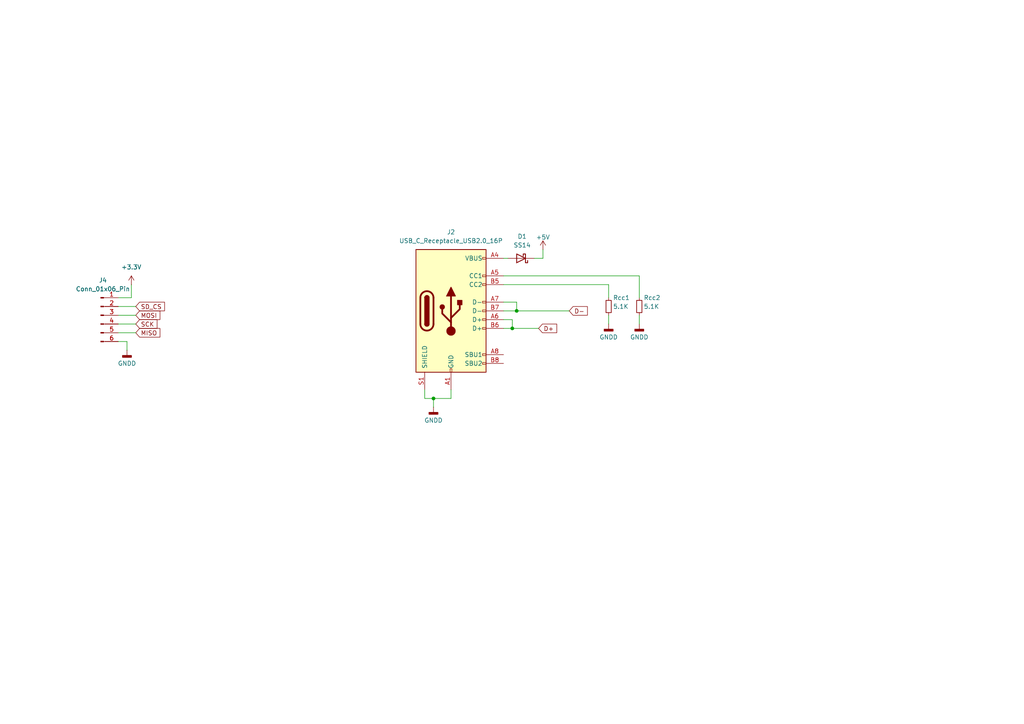
<source format=kicad_sch>
(kicad_sch (version 20231120) (generator "eeschema") (generator_version "8.0")
  (paper "A4")
  (lib_symbols
    (symbol "Connector:Conn_01x06_Pin" (pin_names (offset 1.016) hide)
      (property "Reference" "J" (at 0 7.62 0))
      (property "Value" "Conn_01x06_Pin" (at 0 -10.16 0))
      (symbol "Conn_01x06_Pin_1_1"
        (polyline (pts (xy 1.27 -7.62) (xy 0.8636 -7.62)) (stroke (width 0.1524)))
        (polyline (pts (xy 1.27 -5.08) (xy 0.8636 -5.08)) (stroke (width 0.1524)))
        (polyline (pts (xy 1.27 -2.54) (xy 0.8636 -2.54)) (stroke (width 0.1524)))
        (polyline (pts (xy 1.27 0) (xy 0.8636 0)) (stroke (width 0.1524)))
        (polyline (pts (xy 1.27 2.54) (xy 0.8636 2.54)) (stroke (width 0.1524)))
        (polyline (pts (xy 1.27 5.08) (xy 0.8636 5.08)) (stroke (width 0.1524)))
        (rectangle (start 0.8636 -7.493) (end 0 -7.747) (stroke (width 0.1524)) (fill (type outline)))
        (rectangle (start 0.8636 -4.953) (end 0 -5.207) (stroke (width 0.1524)) (fill (type outline)))
        (rectangle (start 0.8636 -2.413) (end 0 -2.667) (stroke (width 0.1524)) (fill (type outline)))
        (rectangle (start 0.8636 0.127) (end 0 -0.127) (stroke (width 0.1524)) (fill (type outline)))
        (rectangle (start 0.8636 2.667) (end 0 2.413) (stroke (width 0.1524)) (fill (type outline)))
        (rectangle (start 0.8636 5.207) (end 0 4.953) (stroke (width 0.1524)) (fill (type outline)))
        (pin passive line (at 5.08 5.08 180) (length 3.81) (name "Pin_1") (number "1"))
        (pin passive line (at 5.08 2.54 180) (length 3.81) (name "Pin_2") (number "2"))
        (pin passive line (at 5.08 0 180) (length 3.81) (name "Pin_3") (number "3"))
        (pin passive line (at 5.08 -2.54 180) (length 3.81) (name "Pin_4") (number "4"))
        (pin passive line (at 5.08 -5.08 180) (length 3.81) (name "Pin_5") (number "5"))
        (pin passive line (at 5.08 -7.62 180) (length 3.81) (name "Pin_6") (number "6"))
      )
    )
    (symbol "Connector:USB_C_Receptacle_USB2.0_16P" (pin_names (offset 1.016))
      (property "Reference" "J" (at 0 22.225 0))
      (property "Value" "USB_C_Receptacle_USB2.0_16P" (at 0 19.685 0))
      (symbol "USB_C_Receptacle_USB2.0_16P_0_0"
        (rectangle (start -0.254 -17.78) (end 0.254 -16.764))
        (rectangle (start 10.16 -14.986) (end 9.144 -15.494))
        (rectangle (start 10.16 -12.446) (end 9.144 -12.954))
        (rectangle (start 10.16 -4.826) (end 9.144 -5.334))
        (rectangle (start 10.16 -2.286) (end 9.144 -2.794))
        (rectangle (start 10.16 0.254) (end 9.144 -0.254))
        (rectangle (start 10.16 2.794) (end 9.144 2.286))
        (rectangle (start 10.16 7.874) (end 9.144 7.366))
        (rectangle (start 10.16 10.414) (end 9.144 9.906))
        (rectangle (start 10.16 15.494) (end 9.144 14.986))
      )
      (symbol "USB_C_Receptacle_USB2.0_16P_0_1"
        (rectangle (start -10.16 17.78) (end 10.16 -17.78) (stroke (width 0.254)) (fill (type background)))
        (arc (start -8.89 -3.81) (mid -6.985 -5.7067) (end -5.08 -3.81) (stroke (width 0.508)))
        (arc (start -7.62 -3.81) (mid -6.985 -4.4423) (end -6.35 -3.81) (stroke (width 0.254)))
        (arc (start -7.62 -3.81) (mid -6.985 -4.4423) (end -6.35 -3.81) (stroke (width 0.254)) (fill (type outline)))
        (rectangle (start -7.62 -3.81) (end -6.35 3.81) (stroke (width 0.254)) (fill (type outline)))
        (arc (start -6.35 3.81) (mid -6.985 4.4423) (end -7.62 3.81) (stroke (width 0.254)))
        (arc (start -6.35 3.81) (mid -6.985 4.4423) (end -7.62 3.81) (stroke (width 0.254)) (fill (type outline)))
        (arc (start -5.08 3.81) (mid -6.985 5.7067) (end -8.89 3.81) (stroke (width 0.508)))
        (circle (center -2.54 1.143) (radius 0.635) (stroke (width 0.254)) (fill (type outline)))
        (circle (center 0 -5.842) (radius 1.27) (fill (type outline)))
        (polyline (pts (xy -8.89 -3.81) (xy -8.89 3.81)) (stroke (width 0.508)))
        (polyline (pts (xy -5.08 3.81) (xy -5.08 -3.81)) (stroke (width 0.508)))
        (polyline (pts (xy 0 -5.842) (xy 0 4.318)) (stroke (width 0.508)))
        (polyline (pts (xy 0 -3.302) (xy -2.54 -0.762) (xy -2.54 0.508)) (stroke (width 0.508)))
        (polyline (pts (xy 0 -2.032) (xy 2.54 0.508) (xy 2.54 1.778)) (stroke (width 0.508)))
        (polyline (pts (xy -1.27 4.318) (xy 0 6.858) (xy 1.27 4.318) (xy -1.27 4.318)) (stroke (width 0.254)) (fill (type outline)))
        (rectangle (start 1.905 1.778) (end 3.175 3.048) (stroke (width 0.254)) (fill (type outline)))
      )
      (symbol "USB_C_Receptacle_USB2.0_16P_1_1"
        (pin passive line (at 0 -22.86 90) (length 5.08) (name "GND") (number "A1"))
        (pin passive line (at 0 -22.86 90) (length 5.08) hide (name "GND") (number "A12"))
        (pin passive line (at 15.24 15.24 180) (length 5.08) (name "VBUS") (number "A4"))
        (pin bidirectional line (at 15.24 10.16 180) (length 5.08) (name "CC1") (number "A5"))
        (pin bidirectional line (at 15.24 -2.54 180) (length 5.08) (name "D+") (number "A6"))
        (pin bidirectional line (at 15.24 2.54 180) (length 5.08) (name "D-") (number "A7"))
        (pin bidirectional line (at 15.24 -12.7 180) (length 5.08) (name "SBU1") (number "A8"))
        (pin passive line (at 15.24 15.24 180) (length 5.08) hide (name "VBUS") (number "A9"))
        (pin passive line (at 0 -22.86 90) (length 5.08) hide (name "GND") (number "B1"))
        (pin passive line (at 0 -22.86 90) (length 5.08) hide (name "GND") (number "B12"))
        (pin passive line (at 15.24 15.24 180) (length 5.08) hide (name "VBUS") (number "B4"))
        (pin bidirectional line (at 15.24 7.62 180) (length 5.08) (name "CC2") (number "B5"))
        (pin bidirectional line (at 15.24 -5.08 180) (length 5.08) (name "D+") (number "B6"))
        (pin bidirectional line (at 15.24 0 180) (length 5.08) (name "D-") (number "B7"))
        (pin bidirectional line (at 15.24 -15.24 180) (length 5.08) (name "SBU2") (number "B8"))
        (pin passive line (at 15.24 15.24 180) (length 5.08) hide (name "VBUS") (number "B9"))
        (pin passive line (at -7.62 -22.86 90) (length 5.08) (name "SHIELD") (number "S1"))
      )
    )
    (symbol "Device:R_Small" (pin_numbers hide) (pin_names (offset 0.254) hide)
      (property "Reference" "R" (at 0.762 0.508 0))
      (property "Value" "R_Small" (at 0.762 -1.016 0))
      (symbol "R_Small_0_1"
        (rectangle (start -0.762 1.778) (end 0.762 -1.778) (stroke (width 0.2032)))
      )
      (symbol "R_Small_1_1"
        (pin passive line (at 0 2.54 270) (length 0.762) (name "~") (number "1"))
        (pin passive line (at 0 -2.54 90) (length 0.762) (name "~") (number "2"))
      )
    )
    (symbol "Diode:SS110" (pin_numbers hide) (pin_names (offset 1.016) hide)
      (property "Reference" "D" (at 0 2.54 0))
      (property "Value" "SS110" (at 0 -2.54 0))
      (symbol "SS110_0_1"
        (polyline (pts (xy 1.27 0) (xy -1.27 0)))
        (polyline (pts (xy 1.27 1.27) (xy 1.27 -1.27) (xy -1.27 0) (xy 1.27 1.27)) (stroke (width 0.254)))
        (polyline (pts (xy -1.905 0.635) (xy -1.905 1.27) (xy -1.27 1.27) (xy -1.27 -1.27) (xy -0.635 -1.27) (xy -0.635 -0.635)) (stroke (width 0.254)))
      )
      (symbol "SS110_1_1"
        (pin passive line (at -3.81 0 0) (length 2.54) (name "K") (number "1"))
        (pin passive line (at 3.81 0 180) (length 2.54) (name "A") (number "2"))
      )
    )
    (symbol "power:+3.3V" (power) (pin_numbers hide) (pin_names (offset 0) hide)
      (property "Value" "+3.3V" (at 0 3.556 0))
      (symbol "+3.3V_0_1"
        (polyline (pts (xy -0.762 1.27) (xy 0 2.54)))
        (polyline (pts (xy 0 0) (xy 0 2.54)))
        (polyline (pts (xy 0 2.54) (xy 0.762 1.27)))
      )
      (symbol "+3.3V_1_1"
        (pin power_in line (at 0 0 90) (length 0) (name "~") (number "1"))
      )
    )
    (symbol "power:+5V" (power) (pin_names (offset 0))
      (property "Value" "+5V" (at 0 3.556 0))
      (symbol "+5V_0_1"
        (polyline (pts (xy -0.762 1.27) (xy 0 2.54)))
        (polyline (pts (xy 0 0) (xy 0 2.54)))
        (polyline (pts (xy 0 2.54) (xy 0.762 1.27)))
      )
      (symbol "+5V_1_1"
        (pin power_in line (at 0 0 90) (length 0) hide (name "+5V") (number "1"))
      )
    )
    (symbol "power:GNDD" (power) (pin_numbers hide) (pin_names (offset 0) hide)
      (property "Value" "GNDD" (at 0 -3.175 0))
      (symbol "GNDD_0_1"
        (rectangle (start -1.27 -1.524) (end 1.27 -2.032) (stroke (width 0.254)) (fill (type outline)))
        (polyline (pts (xy 0 0) (xy 0 -1.524)))
      )
      (symbol "GNDD_1_1"
        (pin power_in line (at 0 0 270) (length 0) (name "~") (number "1"))
      )
    )
  )
  (junction (at 149.86 90.17))
  (junction (at 148.59 95.25))
  (junction (at 125.73 115.57))
  (wire (pts (xy 146.05 95.25) (xy 148.59 95.25)))
  (wire (pts (xy 125.73 118.11) (xy 125.73 115.57)))
  (wire (pts (xy 176.53 91.44) (xy 176.53 93.98)))
  (wire (pts (xy 149.86 90.17) (xy 165.1 90.17)))
  (wire (pts (xy 176.53 86.36) (xy 176.53 82.55)))
  (wire (pts (xy 157.48 74.93) (xy 154.94 74.93)))
  (wire (pts (xy 38.1 82.55) (xy 38.1 86.36)))
  (wire (pts (xy 34.29 96.52) (xy 39.37 96.52)))
  (wire (pts (xy 146.05 87.63) (xy 149.86 87.63)))
  (wire (pts (xy 148.59 95.25) (xy 156.21 95.25)))
  (wire (pts (xy 146.05 74.93) (xy 147.32 74.93)))
  (wire (pts (xy 34.29 99.06) (xy 36.83 99.06)))
  (wire (pts (xy 148.59 92.71) (xy 148.59 95.25)))
  (wire (pts (xy 146.05 92.71) (xy 148.59 92.71)))
  (wire (pts (xy 149.86 87.63) (xy 149.86 90.17)))
  (wire (pts (xy 34.29 86.36) (xy 38.1 86.36)))
  (wire (pts (xy 34.29 93.98) (xy 39.37 93.98)))
  (wire (pts (xy 123.19 113.03) (xy 123.19 115.57)))
  (wire (pts (xy 146.05 80.01) (xy 185.42 80.01)))
  (wire (pts (xy 125.73 115.57) (xy 130.81 115.57)))
  (wire (pts (xy 34.29 88.9) (xy 39.37 88.9)))
  (wire (pts (xy 36.83 99.06) (xy 36.83 101.6)))
  (wire (pts (xy 146.05 82.55) (xy 176.53 82.55)))
  (wire (pts (xy 130.81 115.57) (xy 130.81 113.03)))
  (wire (pts (xy 157.48 72.39) (xy 157.48 74.93)))
  (wire (pts (xy 185.42 91.44) (xy 185.42 93.98)))
  (wire (pts (xy 123.19 115.57) (xy 125.73 115.57)))
  (wire (pts (xy 34.29 91.44) (xy 39.37 91.44)))
  (wire (pts (xy 146.05 90.17) (xy 149.86 90.17)))
  (wire (pts (xy 185.42 80.01) (xy 185.42 86.36)))
  (global_label "SD_CS" (shape input) (at 39.37 88.9 0) (property "Intersheetrefs" "${INTERSHEET_REFS}" (effects (hide yes))))
  (global_label "MISO" (shape input) (at 39.37 96.52 0) (property "Intersheetrefs" "${INTERSHEET_REFS}" (effects (hide yes))))
  (global_label "D+" (shape input) (at 156.21 95.25 0) (property "Intersheetrefs" "${INTERSHEET_REFS}" (effects (hide yes))))
  (global_label "SCK" (shape input) (at 39.37 93.98 0) (property "Intersheetrefs" "${INTERSHEET_REFS}" (effects (hide yes))))
  (global_label "MOSI" (shape input) (at 39.37 91.44 0) (property "Intersheetrefs" "${INTERSHEET_REFS}" (effects (hide yes))))
  (global_label "D-" (shape input) (at 165.1 90.17 0) (property "Intersheetrefs" "${INTERSHEET_REFS}" (effects (hide yes))))
  (symbol (lib_id "power:GNDD") (at 185.42 93.98 0) (unit 1)
    (property "Reference" "#PWR033" (effects (hide yes)))
    (property "Value" "GNDD" (at 185.42 97.79 0))
    (property "Description" "Power symbol creates a global label with name \"GNDD\" , digital ground" (effects (hide yes)))
  )
  (symbol (lib_id "Diode:SS110") (at 151.13 74.93 180) (unit 1)
    (property "Reference" "D1" (at 151.4475 68.58 0))
    (property "Value" "SS14" (at 151.4475 71.12 0))
    (property "Footprint" "Diode_SMD:D_SMA" (effects (hide yes)))
    (property "Datasheet" "https://www.smc-diodes.com/propdf/SS12-SS110%20N0229%20REV.C.pdf" (effects (hide yes)))
    (property "Description" "100V 1A Schottky Diode, SMA" (effects (hide yes)))
  )
  (symbol (lib_id "power:GNDD") (at 125.73 118.11 0) (unit 1)
    (property "Reference" "#PWR031" (effects (hide yes)))
    (property "Value" "GNDD" (at 125.73 121.92 0))
    (property "Description" "Power symbol creates a global label with name \"GNDD\" , digital ground" (effects (hide yes)))
  )
  (symbol (lib_id "Device:R_Small") (at 176.53 88.9 180) (unit 1)
    (property "Reference" "Rcc1" (at 177.8 86.36 0) (effects (justify right)))
    (property "Value" "5.1K" (at 177.8 88.9 0) (effects (justify right)))
    (property "Footprint" "Resistor_SMD:R_0402_1005Metric_Pad0.72x0.64mm_HandSolder" (effects (hide yes)))
  )
  (symbol (lib_id "Connector:Conn_01x06_Pin") (at 29.21 91.44 0) (unit 1)
    (property "Reference" "J4" (at 29.845 81.28 0))
    (property "Value" "Conn_01x06_Pin" (at 29.845 83.82 0))
    (property "Footprint" "Connector_PinHeader_2.54mm:PinHeader_1x06_P2.54mm_Vertical" (effects (hide yes)))
    (property "Description" "Generic connector, single row, 01x06, script generated" (effects (hide yes)))
  )
  (symbol (lib_id "Connector:USB_C_Receptacle_USB2.0_16P") (at 130.81 90.17 0) (unit 1)
    (property "Reference" "J2" (at 130.81 67.31 0))
    (property "Value" "USB_C_Receptacle_USB2.0_16P" (at 130.81 69.85 0))
    (property "Footprint" "Connector_USB:USB_C_Receptacle_Palconn_UTC16-G" (effects (hide yes)))
    (property "Datasheet" "https://www.usb.org/sites/default/files/documents/usb_type-c.zip" (effects (hide yes)))
    (property "Description" "USB 2.0-only 16P Type-C Receptacle connector" (effects (hide yes)))
  )
  (symbol (lib_id "power:+5V") (at 157.48 72.39 0) (unit 1)
    (property "Reference" "#PWR030" (effects (hide yes)))
    (property "Value" "+5V" (at 157.48 68.8142 0))
  )
  (symbol (lib_id "Device:R_Small") (at 185.42 88.9 180) (unit 1)
    (property "Reference" "Rcc2" (at 186.69 86.36 0) (effects (justify right)))
    (property "Value" "5.1K" (at 186.69 88.9 0) (effects (justify right)))
    (property "Footprint" "Resistor_SMD:R_0402_1005Metric_Pad0.72x0.64mm_HandSolder" (effects (hide yes)))
  )
  (symbol (lib_id "power:GNDD") (at 36.83 101.6 0) (unit 1)
    (property "Reference" "#PWR051" (effects (hide yes)))
    (property "Value" "GNDD" (at 36.83 105.41 0))
    (property "Description" "Power symbol creates a global label with name \"GNDD\" , digital ground" (effects (hide yes)))
  )
  (symbol (lib_id "power:+3.3V") (at 38.1 82.55 0) (unit 1)
    (property "Reference" "#PWR052" (effects (hide yes)))
    (property "Value" "+3.3V" (at 38.1 77.47 0))
    (property "Description" "Power symbol creates a global label with name \"+3.3V\"" (effects (hide yes)))
  )
  (symbol (lib_id "power:GNDD") (at 176.53 93.98 0) (unit 1)
    (property "Reference" "#PWR032" (effects (hide yes)))
    (property "Value" "GNDD" (at 176.53 97.79 0))
    (property "Description" "Power symbol creates a global label with name \"GNDD\" , digital ground" (effects (hide yes)))
  )
)
</source>
